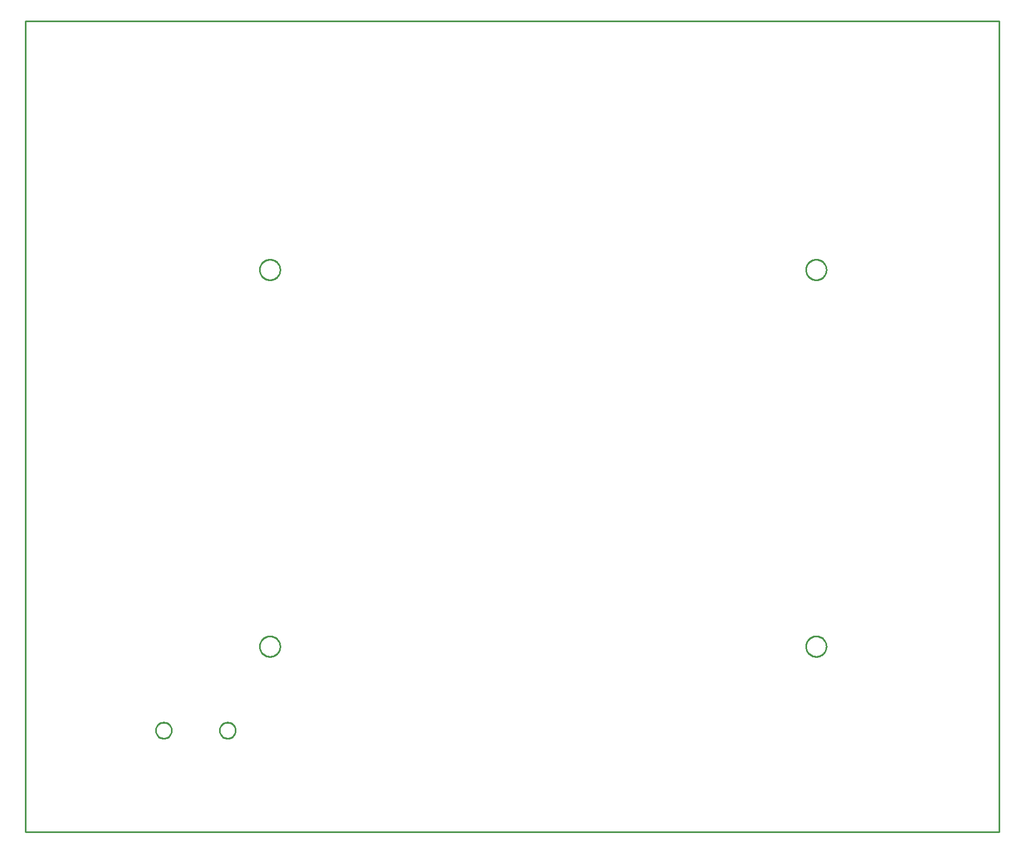
<source format=gbr>
G04 EAGLE Gerber RS-274X export*
G75*
%MOMM*%
%FSLAX34Y34*%
%LPD*%
%IN*%
%IPPOS*%
%AMOC8*
5,1,8,0,0,1.08239X$1,22.5*%
G01*
%ADD10C,0.254000*%


D10*
X0Y0D02*
X1524000Y0D01*
X1524000Y1270000D01*
X0Y1270000D01*
X0Y0D01*
X229200Y158409D02*
X229123Y157430D01*
X228969Y156460D01*
X228740Y155504D01*
X228436Y154570D01*
X228061Y153663D01*
X227615Y152788D01*
X227101Y151950D01*
X226524Y151155D01*
X225886Y150408D01*
X225192Y149714D01*
X224445Y149076D01*
X223650Y148499D01*
X222812Y147985D01*
X221937Y147539D01*
X221030Y147164D01*
X220096Y146860D01*
X219141Y146631D01*
X218170Y146477D01*
X217191Y146400D01*
X216209Y146400D01*
X215230Y146477D01*
X214260Y146631D01*
X213304Y146860D01*
X212370Y147164D01*
X211463Y147539D01*
X210588Y147985D01*
X209750Y148499D01*
X208955Y149076D01*
X208208Y149714D01*
X207514Y150408D01*
X206876Y151155D01*
X206299Y151950D01*
X205785Y152788D01*
X205339Y153663D01*
X204964Y154570D01*
X204660Y155504D01*
X204431Y156460D01*
X204277Y157430D01*
X204200Y158409D01*
X204200Y159391D01*
X204277Y160370D01*
X204431Y161341D01*
X204660Y162296D01*
X204964Y163230D01*
X205339Y164137D01*
X205785Y165012D01*
X206299Y165850D01*
X206876Y166645D01*
X207514Y167392D01*
X208208Y168086D01*
X208955Y168724D01*
X209750Y169301D01*
X210588Y169815D01*
X211463Y170261D01*
X212370Y170636D01*
X213304Y170940D01*
X214260Y171169D01*
X215230Y171323D01*
X216209Y171400D01*
X217191Y171400D01*
X218170Y171323D01*
X219141Y171169D01*
X220096Y170940D01*
X221030Y170636D01*
X221937Y170261D01*
X222812Y169815D01*
X223650Y169301D01*
X224445Y168724D01*
X225192Y168086D01*
X225886Y167392D01*
X226524Y166645D01*
X227101Y165850D01*
X227615Y165012D01*
X228061Y164137D01*
X228436Y163230D01*
X228740Y162296D01*
X228969Y161341D01*
X229123Y160370D01*
X229200Y159391D01*
X229200Y158409D01*
X329200Y158409D02*
X329123Y157430D01*
X328969Y156460D01*
X328740Y155504D01*
X328436Y154570D01*
X328061Y153663D01*
X327615Y152788D01*
X327101Y151950D01*
X326524Y151155D01*
X325886Y150408D01*
X325192Y149714D01*
X324445Y149076D01*
X323650Y148499D01*
X322812Y147985D01*
X321937Y147539D01*
X321030Y147164D01*
X320096Y146860D01*
X319141Y146631D01*
X318170Y146477D01*
X317191Y146400D01*
X316209Y146400D01*
X315230Y146477D01*
X314260Y146631D01*
X313304Y146860D01*
X312370Y147164D01*
X311463Y147539D01*
X310588Y147985D01*
X309750Y148499D01*
X308955Y149076D01*
X308208Y149714D01*
X307514Y150408D01*
X306876Y151155D01*
X306299Y151950D01*
X305785Y152788D01*
X305339Y153663D01*
X304964Y154570D01*
X304660Y155504D01*
X304431Y156460D01*
X304277Y157430D01*
X304200Y158409D01*
X304200Y159391D01*
X304277Y160370D01*
X304431Y161341D01*
X304660Y162296D01*
X304964Y163230D01*
X305339Y164137D01*
X305785Y165012D01*
X306299Y165850D01*
X306876Y166645D01*
X307514Y167392D01*
X308208Y168086D01*
X308955Y168724D01*
X309750Y169301D01*
X310588Y169815D01*
X311463Y170261D01*
X312370Y170636D01*
X313304Y170940D01*
X314260Y171169D01*
X315230Y171323D01*
X316209Y171400D01*
X317191Y171400D01*
X318170Y171323D01*
X319141Y171169D01*
X320096Y170940D01*
X321030Y170636D01*
X321937Y170261D01*
X322812Y169815D01*
X323650Y169301D01*
X324445Y168724D01*
X325192Y168086D01*
X325886Y167392D01*
X326524Y166645D01*
X327101Y165850D01*
X327615Y165012D01*
X328061Y164137D01*
X328436Y163230D01*
X328740Y162296D01*
X328969Y161341D01*
X329123Y160370D01*
X329200Y159391D01*
X329200Y158409D01*
X382376Y864500D02*
X381331Y864569D01*
X380292Y864705D01*
X379265Y864910D01*
X378253Y865181D01*
X377261Y865517D01*
X376293Y865918D01*
X375354Y866382D01*
X374446Y866906D01*
X373575Y867488D01*
X372744Y868125D01*
X371957Y868816D01*
X371216Y869557D01*
X370525Y870344D01*
X369888Y871175D01*
X369306Y872046D01*
X368782Y872954D01*
X368318Y873893D01*
X367917Y874861D01*
X367581Y875853D01*
X367310Y876865D01*
X367105Y877892D01*
X366969Y878931D01*
X366900Y879976D01*
X366900Y881024D01*
X366969Y882069D01*
X367105Y883108D01*
X367310Y884135D01*
X367581Y885147D01*
X367917Y886139D01*
X368318Y887107D01*
X368782Y888046D01*
X369306Y888954D01*
X369888Y889825D01*
X370525Y890656D01*
X371216Y891443D01*
X371957Y892184D01*
X372744Y892875D01*
X373575Y893513D01*
X374446Y894095D01*
X375354Y894618D01*
X376293Y895082D01*
X377261Y895483D01*
X378253Y895819D01*
X379265Y896090D01*
X380292Y896295D01*
X381331Y896432D01*
X382376Y896500D01*
X383424Y896500D01*
X384469Y896432D01*
X385508Y896295D01*
X386535Y896090D01*
X387547Y895819D01*
X388539Y895483D01*
X389507Y895082D01*
X390446Y894618D01*
X391354Y894095D01*
X392225Y893513D01*
X393056Y892875D01*
X393843Y892184D01*
X394584Y891443D01*
X395275Y890656D01*
X395913Y889825D01*
X396495Y888954D01*
X397018Y888046D01*
X397482Y887107D01*
X397883Y886139D01*
X398219Y885147D01*
X398490Y884135D01*
X398695Y883108D01*
X398832Y882069D01*
X398900Y881024D01*
X398900Y879976D01*
X398832Y878931D01*
X398695Y877892D01*
X398490Y876865D01*
X398219Y875853D01*
X397883Y874861D01*
X397482Y873893D01*
X397018Y872954D01*
X396495Y872046D01*
X395913Y871175D01*
X395275Y870344D01*
X394584Y869557D01*
X393843Y868816D01*
X393056Y868125D01*
X392225Y867488D01*
X391354Y866906D01*
X390446Y866382D01*
X389507Y865918D01*
X388539Y865517D01*
X387547Y865181D01*
X386535Y864910D01*
X385508Y864705D01*
X384469Y864569D01*
X383424Y864500D01*
X382376Y864500D01*
X382376Y274500D02*
X381331Y274569D01*
X380292Y274705D01*
X379265Y274910D01*
X378253Y275181D01*
X377261Y275517D01*
X376293Y275918D01*
X375354Y276382D01*
X374446Y276906D01*
X373575Y277488D01*
X372744Y278125D01*
X371957Y278816D01*
X371216Y279557D01*
X370525Y280344D01*
X369888Y281175D01*
X369306Y282046D01*
X368782Y282954D01*
X368318Y283893D01*
X367917Y284861D01*
X367581Y285853D01*
X367310Y286865D01*
X367105Y287892D01*
X366969Y288931D01*
X366900Y289976D01*
X366900Y291024D01*
X366969Y292069D01*
X367105Y293108D01*
X367310Y294135D01*
X367581Y295147D01*
X367917Y296139D01*
X368318Y297107D01*
X368782Y298046D01*
X369306Y298954D01*
X369888Y299825D01*
X370525Y300656D01*
X371216Y301443D01*
X371957Y302184D01*
X372744Y302875D01*
X373575Y303513D01*
X374446Y304095D01*
X375354Y304618D01*
X376293Y305082D01*
X377261Y305483D01*
X378253Y305819D01*
X379265Y306090D01*
X380292Y306295D01*
X381331Y306432D01*
X382376Y306500D01*
X383424Y306500D01*
X384469Y306432D01*
X385508Y306295D01*
X386535Y306090D01*
X387547Y305819D01*
X388539Y305483D01*
X389507Y305082D01*
X390446Y304618D01*
X391354Y304095D01*
X392225Y303513D01*
X393056Y302875D01*
X393843Y302184D01*
X394584Y301443D01*
X395275Y300656D01*
X395913Y299825D01*
X396495Y298954D01*
X397018Y298046D01*
X397482Y297107D01*
X397883Y296139D01*
X398219Y295147D01*
X398490Y294135D01*
X398695Y293108D01*
X398832Y292069D01*
X398900Y291024D01*
X398900Y289976D01*
X398832Y288931D01*
X398695Y287892D01*
X398490Y286865D01*
X398219Y285853D01*
X397883Y284861D01*
X397482Y283893D01*
X397018Y282954D01*
X396495Y282046D01*
X395913Y281175D01*
X395275Y280344D01*
X394584Y279557D01*
X393843Y278816D01*
X393056Y278125D01*
X392225Y277488D01*
X391354Y276906D01*
X390446Y276382D01*
X389507Y275918D01*
X388539Y275517D01*
X387547Y275181D01*
X386535Y274910D01*
X385508Y274705D01*
X384469Y274569D01*
X383424Y274500D01*
X382376Y274500D01*
X1237376Y864500D02*
X1236331Y864569D01*
X1235292Y864705D01*
X1234265Y864910D01*
X1233253Y865181D01*
X1232261Y865517D01*
X1231293Y865918D01*
X1230354Y866382D01*
X1229446Y866906D01*
X1228575Y867488D01*
X1227744Y868125D01*
X1226957Y868816D01*
X1226216Y869557D01*
X1225525Y870344D01*
X1224888Y871175D01*
X1224306Y872046D01*
X1223782Y872954D01*
X1223318Y873893D01*
X1222917Y874861D01*
X1222581Y875853D01*
X1222310Y876865D01*
X1222105Y877892D01*
X1221969Y878931D01*
X1221900Y879976D01*
X1221900Y881024D01*
X1221969Y882069D01*
X1222105Y883108D01*
X1222310Y884135D01*
X1222581Y885147D01*
X1222917Y886139D01*
X1223318Y887107D01*
X1223782Y888046D01*
X1224306Y888954D01*
X1224888Y889825D01*
X1225525Y890656D01*
X1226216Y891443D01*
X1226957Y892184D01*
X1227744Y892875D01*
X1228575Y893513D01*
X1229446Y894095D01*
X1230354Y894618D01*
X1231293Y895082D01*
X1232261Y895483D01*
X1233253Y895819D01*
X1234265Y896090D01*
X1235292Y896295D01*
X1236331Y896432D01*
X1237376Y896500D01*
X1238424Y896500D01*
X1239469Y896432D01*
X1240508Y896295D01*
X1241535Y896090D01*
X1242547Y895819D01*
X1243539Y895483D01*
X1244507Y895082D01*
X1245446Y894618D01*
X1246354Y894095D01*
X1247225Y893513D01*
X1248056Y892875D01*
X1248843Y892184D01*
X1249584Y891443D01*
X1250275Y890656D01*
X1250913Y889825D01*
X1251495Y888954D01*
X1252018Y888046D01*
X1252482Y887107D01*
X1252883Y886139D01*
X1253219Y885147D01*
X1253490Y884135D01*
X1253695Y883108D01*
X1253832Y882069D01*
X1253900Y881024D01*
X1253900Y879976D01*
X1253832Y878931D01*
X1253695Y877892D01*
X1253490Y876865D01*
X1253219Y875853D01*
X1252883Y874861D01*
X1252482Y873893D01*
X1252018Y872954D01*
X1251495Y872046D01*
X1250913Y871175D01*
X1250275Y870344D01*
X1249584Y869557D01*
X1248843Y868816D01*
X1248056Y868125D01*
X1247225Y867488D01*
X1246354Y866906D01*
X1245446Y866382D01*
X1244507Y865918D01*
X1243539Y865517D01*
X1242547Y865181D01*
X1241535Y864910D01*
X1240508Y864705D01*
X1239469Y864569D01*
X1238424Y864500D01*
X1237376Y864500D01*
X1237376Y274500D02*
X1236331Y274569D01*
X1235292Y274705D01*
X1234265Y274910D01*
X1233253Y275181D01*
X1232261Y275517D01*
X1231293Y275918D01*
X1230354Y276382D01*
X1229446Y276906D01*
X1228575Y277488D01*
X1227744Y278125D01*
X1226957Y278816D01*
X1226216Y279557D01*
X1225525Y280344D01*
X1224888Y281175D01*
X1224306Y282046D01*
X1223782Y282954D01*
X1223318Y283893D01*
X1222917Y284861D01*
X1222581Y285853D01*
X1222310Y286865D01*
X1222105Y287892D01*
X1221969Y288931D01*
X1221900Y289976D01*
X1221900Y291024D01*
X1221969Y292069D01*
X1222105Y293108D01*
X1222310Y294135D01*
X1222581Y295147D01*
X1222917Y296139D01*
X1223318Y297107D01*
X1223782Y298046D01*
X1224306Y298954D01*
X1224888Y299825D01*
X1225525Y300656D01*
X1226216Y301443D01*
X1226957Y302184D01*
X1227744Y302875D01*
X1228575Y303513D01*
X1229446Y304095D01*
X1230354Y304618D01*
X1231293Y305082D01*
X1232261Y305483D01*
X1233253Y305819D01*
X1234265Y306090D01*
X1235292Y306295D01*
X1236331Y306432D01*
X1237376Y306500D01*
X1238424Y306500D01*
X1239469Y306432D01*
X1240508Y306295D01*
X1241535Y306090D01*
X1242547Y305819D01*
X1243539Y305483D01*
X1244507Y305082D01*
X1245446Y304618D01*
X1246354Y304095D01*
X1247225Y303513D01*
X1248056Y302875D01*
X1248843Y302184D01*
X1249584Y301443D01*
X1250275Y300656D01*
X1250913Y299825D01*
X1251495Y298954D01*
X1252018Y298046D01*
X1252482Y297107D01*
X1252883Y296139D01*
X1253219Y295147D01*
X1253490Y294135D01*
X1253695Y293108D01*
X1253832Y292069D01*
X1253900Y291024D01*
X1253900Y289976D01*
X1253832Y288931D01*
X1253695Y287892D01*
X1253490Y286865D01*
X1253219Y285853D01*
X1252883Y284861D01*
X1252482Y283893D01*
X1252018Y282954D01*
X1251495Y282046D01*
X1250913Y281175D01*
X1250275Y280344D01*
X1249584Y279557D01*
X1248843Y278816D01*
X1248056Y278125D01*
X1247225Y277488D01*
X1246354Y276906D01*
X1245446Y276382D01*
X1244507Y275918D01*
X1243539Y275517D01*
X1242547Y275181D01*
X1241535Y274910D01*
X1240508Y274705D01*
X1239469Y274569D01*
X1238424Y274500D01*
X1237376Y274500D01*
M02*

</source>
